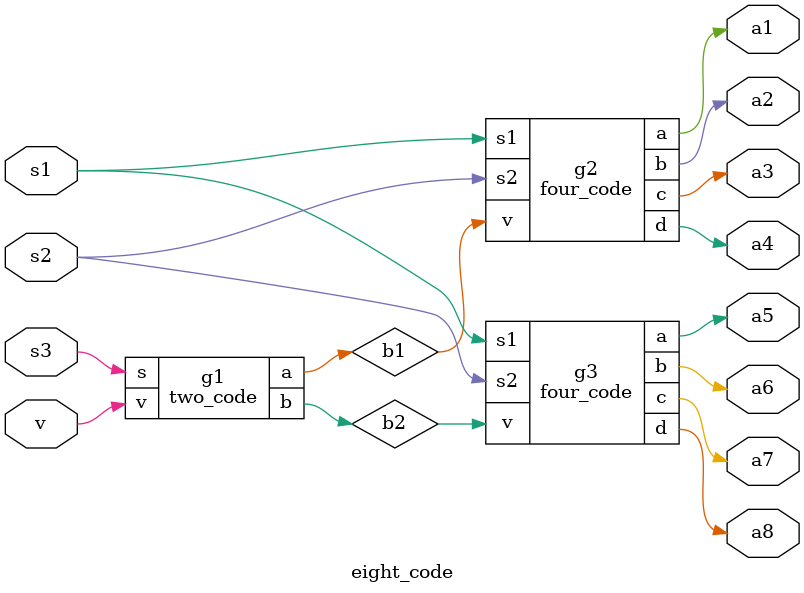
<source format=v>
`timescale 1ns / 1ps
module two_code(v,s,a,b);
input v,s;
output a,b;
wire a1,a2;
and g1(a,v,~s);
and g2(b,v,s);

endmodule
module four_code(v,s1,s2,a,b,c,d);
input v,s1,s2;
output a,b,c,d;
wire a1,a2;
two_code g1(v,s2,a1,a2);
two_code g2(a1,s1,a,b);
two_code g3(a2,s1,c,d);
endmodule
module eight_code(v,s1,s2,s3,a1,a2,a3,a4,a5,a6,a7,a8);
input v,s1,s2,s3;
output a1,a2,a3,a4,a5,a6,a7,a8;
wire b1,b2;
two_code g1(v,s3,b1,b2);
four_code g2(b1,s1,s2,a1,a2,a3,a4);
four_code g3(b2,s1,s2,a5,a6,a7,a8);
endmodule

</source>
